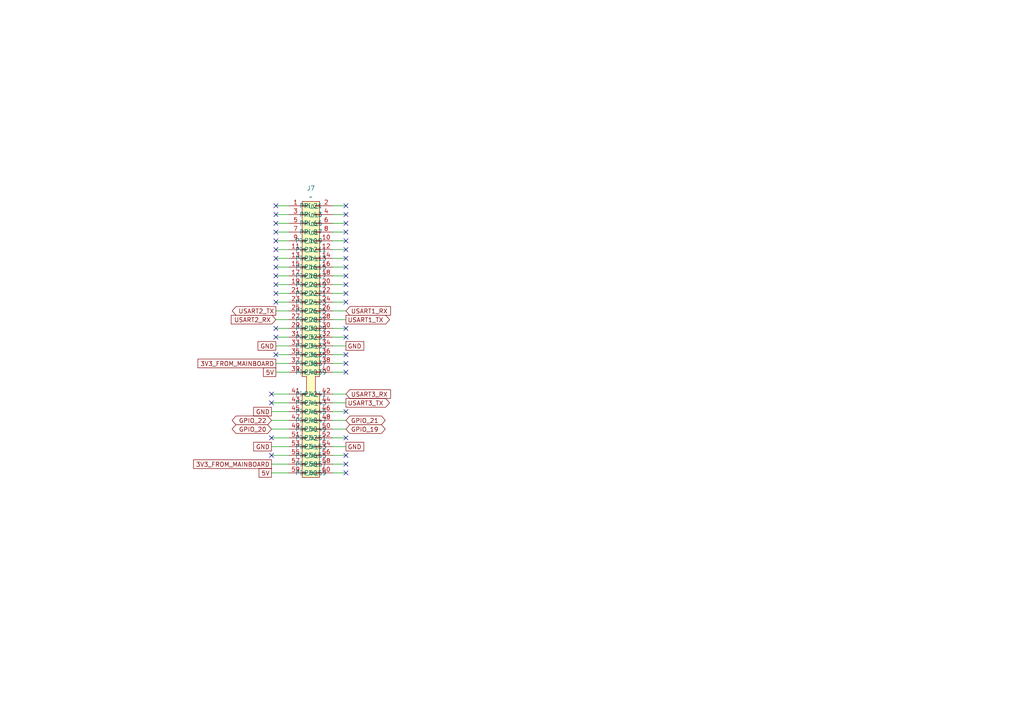
<source format=kicad_sch>
(kicad_sch (version 20250114) (generator "eeschema") (generator_version "9.0")
  (paper "A4")
  (lib_symbols
    (symbol "HardwareDataLogger:ExtenionCardConnector"
      (property "Reference" "J" (at 0 0 0))
      (symbol "ExtenionCardConnector_1_1"
        (polyline (pts (xy -2.54 -2.54) (xy 2.54 -2.54) (xy 2.54 -53.34) (xy 1.27 -53.34) (xy 1.27 -58.42) (xy 2.54 -58.42) (xy 2.54 -82.55) (xy -2.54 -82.55) (xy -2.54 -58.42) (xy -1.27 -58.42) (xy -1.27 -53.34) (xy -2.54 -53.34) (xy -2.54 -2.54)) (fill (type background)))
        (rectangle (start -2.54 -3.683) (end -1.27 -3.937) (stroke (width 0.1524)))
        (rectangle (start -2.54 -6.223) (end -1.27 -6.477) (stroke (width 0.1524)))
        (rectangle (start -2.54 -8.763) (end -1.27 -9.017) (stroke (width 0.1524)))
        (rectangle (start -2.54 -11.303) (end -1.27 -11.557) (stroke (width 0.1524)))
        (rectangle (start -2.54 -13.843) (end -1.27 -14.097) (stroke (width 0.1524)))
        (rectangle (start -2.54 -16.383) (end -1.27 -16.637) (stroke (width 0.1524)))
        (rectangle (start -2.54 -18.923) (end -1.27 -19.177) (stroke (width 0.1524)))
        (rectangle (start -2.54 -21.463) (end -1.27 -21.717) (stroke (width 0.1524)))
        (rectangle (start -2.54 -24.003) (end -1.27 -24.257) (stroke (width 0.1524)))
        (rectangle (start -2.54 -26.543) (end -1.27 -26.797) (stroke (width 0.1524)))
        (rectangle (start -2.54 -29.083) (end -1.27 -29.337) (stroke (width 0.1524)))
        (rectangle (start -2.54 -31.623) (end -1.27 -31.877) (stroke (width 0.1524)))
        (rectangle (start -2.54 -34.163) (end -1.27 -34.417) (stroke (width 0.1524)))
        (rectangle (start -2.54 -36.703) (end -1.27 -36.957) (stroke (width 0.1524)))
        (rectangle (start -2.54 -39.243) (end -1.27 -39.497) (stroke (width 0.1524)))
        (rectangle (start -2.54 -41.783) (end -1.27 -42.037) (stroke (width 0.1524)))
        (rectangle (start -2.54 -44.323) (end -1.27 -44.577) (stroke (width 0.1524)))
        (rectangle (start -2.54 -46.863) (end -1.27 -47.117) (stroke (width 0.1524)))
        (rectangle (start -2.54 -49.403) (end -1.27 -49.657) (stroke (width 0.1524)))
        (rectangle (start -2.54 -51.943) (end -1.27 -52.197) (stroke (width 0.1524)))
        (rectangle (start -2.54 -58.293) (end -1.27 -58.547) (stroke (width 0.1524)))
        (rectangle (start -2.54 -60.833) (end -1.27 -61.087) (stroke (width 0.1524)))
        (rectangle (start -2.54 -63.373) (end -1.27 -63.627) (stroke (width 0.1524)))
        (rectangle (start -2.54 -65.913) (end -1.27 -66.167) (stroke (width 0.1524)))
        (rectangle (start -2.54 -68.453) (end -1.27 -68.707) (stroke (width 0.1524)))
        (rectangle (start -2.54 -70.993) (end -1.27 -71.247) (stroke (width 0.1524)))
        (rectangle (start -2.54 -73.533) (end -1.27 -73.787) (stroke (width 0.1524)))
        (rectangle (start -2.54 -76.073) (end -1.27 -76.327) (stroke (width 0.1524)))
        (rectangle (start -2.54 -78.613) (end -1.27 -78.867) (stroke (width 0.1524)))
        (rectangle (start -2.54 -81.153) (end -1.27 -81.407) (stroke (width 0.1524)))
        (rectangle (start 2.54 -3.683) (end 1.27 -3.937) (stroke (width 0.1524)))
        (rectangle (start 2.54 -6.223) (end 1.27 -6.477) (stroke (width 0.1524)))
        (rectangle (start 2.54 -8.763) (end 1.27 -9.017) (stroke (width 0.1524)))
        (rectangle (start 2.54 -11.303) (end 1.27 -11.557) (stroke (width 0.1524)))
        (rectangle (start 2.54 -13.843) (end 1.27 -14.097) (stroke (width 0.1524)))
        (rectangle (start 2.54 -16.383) (end 1.27 -16.637) (stroke (width 0.1524)))
        (rectangle (start 2.54 -18.923) (end 1.27 -19.177) (stroke (width 0.1524)))
        (rectangle (start 2.54 -21.463) (end 1.27 -21.717) (stroke (width 0.1524)))
        (rectangle (start 2.54 -24.003) (end 1.27 -24.257) (stroke (width 0.1524)))
        (rectangle (start 2.54 -26.543) (end 1.27 -26.797) (stroke (width 0.1524)))
        (rectangle (start 2.54 -29.083) (end 1.27 -29.337) (stroke (width 0.1524)))
        (rectangle (start 2.54 -31.623) (end 1.27 -31.877) (stroke (width 0.1524)))
        (rectangle (start 2.54 -34.163) (end 1.27 -34.417) (stroke (width 0.1524)))
        (rectangle (start 2.54 -36.703) (end 1.27 -36.957) (stroke (width 0.1524)))
        (rectangle (start 2.54 -39.243) (end 1.27 -39.497) (stroke (width 0.1524)))
        (rectangle (start 2.54 -41.783) (end 1.27 -42.037) (stroke (width 0.1524)))
        (rectangle (start 2.54 -44.323) (end 1.27 -44.577) (stroke (width 0.1524)))
        (rectangle (start 2.54 -46.863) (end 1.27 -47.117) (stroke (width 0.1524)))
        (rectangle (start 2.54 -49.403) (end 1.27 -49.657) (stroke (width 0.1524)))
        (rectangle (start 2.54 -51.943) (end 1.27 -52.197) (stroke (width 0.1524)))
        (rectangle (start 2.54 -58.293) (end 1.27 -58.547) (stroke (width 0.1524)))
        (rectangle (start 2.54 -60.833) (end 1.27 -61.087) (stroke (width 0.1524)))
        (rectangle (start 2.54 -63.373) (end 1.27 -63.627) (stroke (width 0.1524)))
        (rectangle (start 2.54 -65.913) (end 1.27 -66.167) (stroke (width 0.1524)))
        (rectangle (start 2.54 -68.453) (end 1.27 -68.707) (stroke (width 0.1524)))
        (rectangle (start 2.54 -70.993) (end 1.27 -71.247) (stroke (width 0.1524)))
        (rectangle (start 2.54 -73.533) (end 1.27 -73.787) (stroke (width 0.1524)))
        (rectangle (start 2.54 -76.073) (end 1.27 -76.327) (stroke (width 0.1524)))
        (rectangle (start 2.54 -78.613) (end 1.27 -78.867) (stroke (width 0.1524)))
        (rectangle (start 2.54 -81.153) (end 1.27 -81.407) (stroke (width 0.1524)))
        (pin passive line (at -6.35 -3.81 0) (length 3.81) (name "Pin_1") (number "1"))
        (pin passive line (at -6.35 -6.35 0) (length 3.81) (name "Pin_3") (number "3"))
        (pin passive line (at -6.35 -8.89 0) (length 3.81) (name "Pin_5") (number "5"))
        (pin passive line (at -6.35 -11.43 0) (length 3.81) (name "Pin_7") (number "7"))
        (pin passive line (at -6.35 -13.97 0) (length 3.81) (name "Pin_9") (number "9"))
        (pin passive line (at -6.35 -16.51 0) (length 3.81) (name "Pin_11") (number "11"))
        (pin passive line (at -6.35 -19.05 0) (length 3.81) (name "Pin_13") (number "13"))
        (pin passive line (at -6.35 -21.59 0) (length 3.81) (name "Pin_15") (number "15"))
        (pin passive line (at -6.35 -24.13 0) (length 3.81) (name "Pin_17") (number "17"))
        (pin passive line (at -6.35 -26.67 0) (length 3.81) (name "Pin_19") (number "19"))
        (pin passive line (at -6.35 -29.21 0) (length 3.81) (name "Pin_21") (number "21"))
        (pin passive line (at -6.35 -31.75 0) (length 3.81) (name "Pin_23") (number "23"))
        (pin passive line (at -6.35 -34.29 0) (length 3.81) (name "Pin_25") (number "25"))
        (pin passive line (at -6.35 -36.83 0) (length 3.81) (name "Pin_27") (number "27"))
        (pin passive line (at -6.35 -39.37 0) (length 3.81) (name "Pin_29") (number "29"))
        (pin passive line (at -6.35 -41.91 0) (length 3.81) (name "Pin_31") (number "31"))
        (pin passive line (at -6.35 -44.45 0) (length 3.81) (name "Pin_33") (number "33"))
        (pin passive line (at -6.35 -46.99 0) (length 3.81) (name "Pin_35") (number "35"))
        (pin passive line (at -6.35 -49.53 0) (length 3.81) (name "Pin_37") (number "37"))
        (pin passive line (at -6.35 -52.07 0) (length 3.81) (name "Pin_39") (number "39"))
        (pin passive line (at -6.35 -58.42 0) (length 3.81) (name "Pin_41") (number "41"))
        (pin passive line (at -6.35 -60.96 0) (length 3.81) (name "Pin_43") (number "43"))
        (pin passive line (at -6.35 -63.5 0) (length 3.81) (name "Pin_45") (number "45"))
        (pin passive line (at -6.35 -66.04 0) (length 3.81) (name "Pin_47") (number "47"))
        (pin passive line (at -6.35 -68.58 0) (length 3.81) (name "Pin_49") (number "49"))
        (pin passive line (at -6.35 -71.12 0) (length 3.81) (name "Pin_51") (number "51"))
        (pin passive line (at -6.35 -73.66 0) (length 3.81) (name "Pin_53") (number "53"))
        (pin passive line (at -6.35 -76.2 0) (length 3.81) (name "Pin_55") (number "55"))
        (pin passive line (at -6.35 -78.74 0) (length 3.81) (name "Pin_57") (number "57"))
        (pin passive line (at -6.35 -81.28 0) (length 3.81) (name "Pin_59") (number "59"))
        (pin passive line (at 6.35 -3.81 180) (length 3.81) (name "Pin_2") (number "2"))
        (pin passive line (at 6.35 -6.35 180) (length 3.81) (name "Pin_4") (number "4"))
        (pin passive line (at 6.35 -8.89 180) (length 3.81) (name "Pin_6") (number "6"))
        (pin passive line (at 6.35 -11.43 180) (length 3.81) (name "Pin_8") (number "8"))
        (pin passive line (at 6.35 -13.97 180) (length 3.81) (name "Pin_10") (number "10"))
        (pin passive line (at 6.35 -16.51 180) (length 3.81) (name "Pin_12") (number "12"))
        (pin passive line (at 6.35 -19.05 180) (length 3.81) (name "Pin_14") (number "14"))
        (pin passive line (at 6.35 -21.59 180) (length 3.81) (name "Pin_16") (number "16"))
        (pin passive line (at 6.35 -24.13 180) (length 3.81) (name "Pin_18") (number "18"))
        (pin passive line (at 6.35 -26.67 180) (length 3.81) (name "Pin_20") (number "20"))
        (pin passive line (at 6.35 -29.21 180) (length 3.81) (name "Pin_22") (number "22"))
        (pin passive line (at 6.35 -31.75 180) (length 3.81) (name "Pin_24") (number "24"))
        (pin passive line (at 6.35 -34.29 180) (length 3.81) (name "Pin_26") (number "26"))
        (pin passive line (at 6.35 -36.83 180) (length 3.81) (name "Pin_28") (number "28"))
        (pin passive line (at 6.35 -39.37 180) (length 3.81) (name "Pin_30") (number "30"))
        (pin passive line (at 6.35 -41.91 180) (length 3.81) (name "Pin_32") (number "32"))
        (pin passive line (at 6.35 -44.45 180) (length 3.81) (name "Pin_34") (number "34"))
        (pin passive line (at 6.35 -46.99 180) (length 3.81) (name "Pin_36") (number "36"))
        (pin passive line (at 6.35 -49.53 180) (length 3.81) (name "Pin_38") (number "38"))
        (pin passive line (at 6.35 -52.07 180) (length 3.81) (name "Pin_40") (number "40"))
        (pin passive line (at 6.35 -58.42 180) (length 3.81) (name "Pin_42") (number "42"))
        (pin passive line (at 6.35 -60.96 180) (length 3.81) (name "Pin_44") (number "44"))
        (pin passive line (at 6.35 -63.5 180) (length 3.81) (name "Pin_46") (number "46"))
        (pin passive line (at 6.35 -66.04 180) (length 3.81) (name "Pin_48") (number "48"))
        (pin passive line (at 6.35 -68.58 180) (length 3.81) (name "Pin_50") (number "50"))
        (pin passive line (at 6.35 -71.12 180) (length 3.81) (name "Pin_52") (number "52"))
        (pin passive line (at 6.35 -73.66 180) (length 3.81) (name "Pin_54") (number "54"))
        (pin passive line (at 6.35 -76.2 180) (length 3.81) (name "Pin_56") (number "56"))
        (pin passive line (at 6.35 -78.74 180) (length 3.81) (name "Pin_58") (number "58"))
        (pin passive line (at 6.35 -81.28 180) (length 3.81) (name "Pin_60") (number "60"))
      )
    )
  )
  (no_connect (at 100.33 62.23))
  (no_connect (at 80.01 82.55))
  (no_connect (at 78.74 114.3))
  (no_connect (at 80.01 64.77))
  (no_connect (at 80.01 87.63))
  (no_connect (at 78.74 132.08))
  (no_connect (at 100.33 134.62))
  (no_connect (at 80.01 97.79))
  (no_connect (at 78.74 116.84))
  (no_connect (at 80.01 102.87))
  (no_connect (at 100.33 119.38))
  (no_connect (at 100.33 69.85))
  (no_connect (at 80.01 59.69))
  (no_connect (at 100.33 82.55))
  (no_connect (at 80.01 77.47))
  (no_connect (at 100.33 85.09))
  (no_connect (at 80.01 85.09))
  (no_connect (at 100.33 132.08))
  (no_connect (at 80.01 62.23))
  (no_connect (at 100.33 74.93))
  (no_connect (at 100.33 137.16))
  (no_connect (at 100.33 77.47))
  (no_connect (at 100.33 87.63))
  (no_connect (at 100.33 97.79))
  (no_connect (at 100.33 105.41))
  (no_connect (at 100.33 80.01))
  (no_connect (at 80.01 95.25))
  (no_connect (at 80.01 72.39))
  (no_connect (at 80.01 80.01))
  (no_connect (at 100.33 59.69))
  (no_connect (at 100.33 72.39))
  (no_connect (at 100.33 67.31))
  (no_connect (at 80.01 67.31))
  (no_connect (at 80.01 69.85))
  (no_connect (at 100.33 127))
  (no_connect (at 80.01 74.93))
  (no_connect (at 100.33 95.25))
  (no_connect (at 100.33 64.77))
  (no_connect (at 100.33 107.95))
  (no_connect (at 78.74 127))
  (no_connect (at 100.33 102.87))
  (wire (pts (xy 83.82 80.01) (xy 80.01 80.01)))
  (wire (pts (xy 83.82 90.17) (xy 80.01 90.17)))
  (wire (pts (xy 100.33 137.16) (xy 96.52 137.16)))
  (wire (pts (xy 100.33 85.09) (xy 96.52 85.09)))
  (wire (pts (xy 100.33 114.3) (xy 96.52 114.3)))
  (wire (pts (xy 100.33 116.84) (xy 96.52 116.84)))
  (wire (pts (xy 100.33 95.25) (xy 96.52 95.25)))
  (wire (pts (xy 83.82 127) (xy 78.74 127)))
  (wire (pts (xy 100.33 129.54) (xy 96.52 129.54)))
  (wire (pts (xy 83.82 105.41) (xy 80.01 105.41)))
  (wire (pts (xy 100.33 90.17) (xy 96.52 90.17)))
  (wire (pts (xy 83.82 72.39) (xy 80.01 72.39)))
  (wire (pts (xy 100.33 74.93) (xy 96.52 74.93)))
  (wire (pts (xy 100.33 100.33) (xy 96.52 100.33)))
  (wire (pts (xy 100.33 72.39) (xy 96.52 72.39)))
  (wire (pts (xy 100.33 87.63) (xy 96.52 87.63)))
  (wire (pts (xy 83.82 69.85) (xy 80.01 69.85)))
  (wire (pts (xy 100.33 121.92) (xy 96.52 121.92)))
  (wire (pts (xy 100.33 92.71) (xy 96.52 92.71)))
  (wire (pts (xy 83.82 134.62) (xy 78.74 134.62)))
  (wire (pts (xy 100.33 62.23) (xy 96.52 62.23)))
  (wire (pts (xy 83.82 132.08) (xy 78.74 132.08)))
  (wire (pts (xy 83.82 114.3) (xy 78.74 114.3)))
  (wire (pts (xy 100.33 97.79) (xy 96.52 97.79)))
  (wire (pts (xy 100.33 119.38) (xy 96.52 119.38)))
  (wire (pts (xy 83.82 74.93) (xy 80.01 74.93)))
  (wire (pts (xy 83.82 95.25) (xy 80.01 95.25)))
  (wire (pts (xy 100.33 124.46) (xy 96.52 124.46)))
  (wire (pts (xy 83.82 97.79) (xy 80.01 97.79)))
  (wire (pts (xy 83.82 137.16) (xy 78.74 137.16)))
  (wire (pts (xy 100.33 134.62) (xy 96.52 134.62)))
  (wire (pts (xy 100.33 67.31) (xy 96.52 67.31)))
  (wire (pts (xy 83.82 102.87) (xy 80.01 102.87)))
  (wire (pts (xy 100.33 107.95) (xy 96.52 107.95)))
  (wire (pts (xy 83.82 64.77) (xy 80.01 64.77)))
  (wire (pts (xy 100.33 132.08) (xy 96.52 132.08)))
  (wire (pts (xy 83.82 116.84) (xy 78.74 116.84)))
  (wire (pts (xy 83.82 92.71) (xy 80.01 92.71)))
  (wire (pts (xy 100.33 105.41) (xy 96.52 105.41)))
  (wire (pts (xy 100.33 82.55) (xy 96.52 82.55)))
  (wire (pts (xy 83.82 121.92) (xy 78.74 121.92)))
  (wire (pts (xy 83.82 100.33) (xy 80.01 100.33)))
  (wire (pts (xy 83.82 119.38) (xy 78.74 119.38)))
  (wire (pts (xy 100.33 69.85) (xy 96.52 69.85)))
  (wire (pts (xy 83.82 124.46) (xy 78.74 124.46)))
  (wire (pts (xy 83.82 59.69) (xy 80.01 59.69)))
  (wire (pts (xy 100.33 80.01) (xy 96.52 80.01)))
  (wire (pts (xy 100.33 64.77) (xy 96.52 64.77)))
  (wire (pts (xy 83.82 82.55) (xy 80.01 82.55)))
  (wire (pts (xy 100.33 59.69) (xy 96.52 59.69)))
  (wire (pts (xy 83.82 62.23) (xy 80.01 62.23)))
  (wire (pts (xy 83.82 87.63) (xy 80.01 87.63)))
  (wire (pts (xy 83.82 107.95) (xy 80.01 107.95)))
  (wire (pts (xy 100.33 102.87) (xy 96.52 102.87)))
  (wire (pts (xy 83.82 85.09) (xy 80.01 85.09)))
  (wire (pts (xy 100.33 127) (xy 96.52 127)))
  (wire (pts (xy 83.82 77.47) (xy 80.01 77.47)))
  (wire (pts (xy 83.82 67.31) (xy 80.01 67.31)))
  (wire (pts (xy 83.82 129.54) (xy 78.74 129.54)))
  (wire (pts (xy 100.33 77.47) (xy 96.52 77.47)))
  (global_label "USART1_TX" (shape output) (at 100.33 92.71 0) (property "Intersheetrefs" "${INTERSHEET_REFS}" (effects (hide yes))))
  (global_label "USART3_TX" (shape output) (at 100.33 116.84 0) (property "Intersheetrefs" "${INTERSHEET_REFS}" (effects (hide yes))))
  (global_label "3V3_FROM_MAINBOARD" (shape passive) (at 80.01 105.41 180) (property "Intersheetrefs" "${INTERSHEET_REFS}" (effects (hide yes))))
  (global_label "GND" (shape passive) (at 100.33 129.54 0) (property "Intersheetrefs" "${INTERSHEET_REFS}" (effects (hide yes))))
  (global_label "USART1_RX" (shape input) (at 100.33 90.17 0) (property "Intersheetrefs" "${INTERSHEET_REFS}" (effects (hide yes))))
  (global_label "5V" (shape passive) (at 78.74 137.16 180) (property "Intersheetrefs" "${INTERSHEET_REFS}" (effects (hide yes))))
  (global_label "USART2_RX" (shape input) (at 80.01 92.71 180) (property "Intersheetrefs" "${INTERSHEET_REFS}" (effects (hide yes))))
  (global_label "USART3_RX" (shape input) (at 100.33 114.3 0) (property "Intersheetrefs" "${INTERSHEET_REFS}" (effects (hide yes))))
  (global_label "GND" (shape passive) (at 78.74 129.54 180) (property "Intersheetrefs" "${INTERSHEET_REFS}" (effects (hide yes))))
  (global_label "GPIO_22" (shape bidirectional) (at 78.74 121.92 180) (property "Intersheetrefs" "${INTERSHEET_REFS}" (effects (hide yes))))
  (global_label "GPIO_20" (shape bidirectional) (at 78.74 124.46 180) (property "Intersheetrefs" "${INTERSHEET_REFS}" (effects (hide yes))))
  (global_label "GND" (shape passive) (at 80.01 100.33 180) (property "Intersheetrefs" "${INTERSHEET_REFS}" (effects (hide yes))))
  (global_label "USART2_TX" (shape output) (at 80.01 90.17 180) (property "Intersheetrefs" "${INTERSHEET_REFS}" (effects (hide yes))))
  (global_label "GPIO_21" (shape bidirectional) (at 100.33 121.92 0) (property "Intersheetrefs" "${INTERSHEET_REFS}" (effects (hide yes))))
  (global_label "3V3_FROM_MAINBOARD" (shape passive) (at 78.74 134.62 180) (property "Intersheetrefs" "${INTERSHEET_REFS}" (effects (hide yes))))
  (global_label "GND" (shape passive) (at 100.33 100.33 0) (property "Intersheetrefs" "${INTERSHEET_REFS}" (effects (hide yes))))
  (global_label "GND" (shape passive) (at 78.74 119.38 180) (property "Intersheetrefs" "${INTERSHEET_REFS}" (effects (hide yes))))
  (global_label "5V" (shape passive) (at 80.01 107.95 180) (property "Intersheetrefs" "${INTERSHEET_REFS}" (effects (hide yes))))
  (global_label "GPIO_19" (shape bidirectional) (at 100.33 124.46 0) (property "Intersheetrefs" "${INTERSHEET_REFS}" (effects (hide yes))))
  (symbol (lib_id "HardwareDataLogger:ExtenionCardConnector") (at 90.17 55.88 0) (unit 1)
    (property "Reference" "J7" (at 90.17 54.61 0))
    (property "Value" "~" (at 90.17 57.15 0))
    (property "Footprint" "HardwareDataLogger:ExtensionConnector" (effects (hide yes)))
  )
)
</source>
